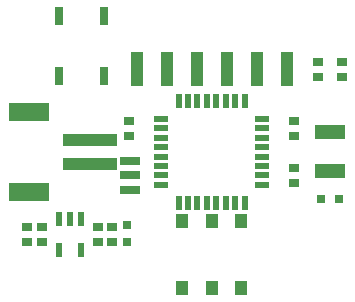
<source format=gbr>
G04 EAGLE Gerber RS-274X export*
G75*
%MOMM*%
%FSLAX34Y34*%
%LPD*%
%INSolderpaste Top*%
%IPPOS*%
%AMOC8*
5,1,8,0,0,1.08239X$1,22.5*%
G01*
%ADD10R,1.270000X0.558800*%
%ADD11R,0.558800X1.270000*%
%ADD12R,0.800000X0.800000*%
%ADD13R,0.900000X0.700000*%
%ADD14R,2.500000X1.200000*%
%ADD15R,1.700000X0.700000*%
%ADD16R,1.000000X3.000000*%
%ADD17R,4.600000X1.000000*%
%ADD18R,3.400000X1.600000*%
%ADD19R,1.000000X1.150000*%
%ADD20R,0.550000X1.200000*%
%ADD21R,0.762000X1.524000*%


D10*
X-42926Y28000D03*
X-42926Y20000D03*
X-42926Y12000D03*
X-42926Y4000D03*
X-42926Y-4000D03*
X-42926Y-12000D03*
X-42926Y-20000D03*
X-42926Y-28000D03*
D11*
X-28000Y-42926D03*
X-20000Y-42926D03*
X-12000Y-42926D03*
X-4000Y-42926D03*
X4000Y-42926D03*
X12000Y-42926D03*
X20000Y-42926D03*
X28000Y-42926D03*
D10*
X42926Y-28000D03*
X42926Y-20000D03*
X42926Y-12000D03*
X42926Y-4000D03*
X42926Y4000D03*
X42926Y12000D03*
X42926Y20000D03*
X42926Y28000D03*
D11*
X28000Y42926D03*
X20000Y42926D03*
X12000Y42926D03*
X4000Y42926D03*
X-4000Y42926D03*
X-12000Y42926D03*
X-20000Y42926D03*
X-28000Y42926D03*
D12*
X107500Y-40000D03*
X92500Y-40000D03*
D13*
X70000Y-26500D03*
X70000Y-13500D03*
X110000Y76500D03*
X110000Y63500D03*
X70000Y26500D03*
X70000Y13500D03*
D14*
X100000Y-16500D03*
X100000Y16500D03*
D13*
X-70000Y13500D03*
X-70000Y26500D03*
D15*
X-69000Y-8000D03*
X-69000Y-20000D03*
X-69000Y-32000D03*
D16*
X-12700Y70000D03*
X-38100Y70000D03*
X-63500Y70000D03*
X12700Y70000D03*
X38100Y70000D03*
X63500Y70000D03*
D13*
X90000Y76500D03*
X90000Y63500D03*
D17*
X-103000Y-10000D03*
X-103000Y10000D03*
D18*
X-155000Y-34000D03*
X-155000Y34000D03*
D19*
X25000Y-58750D03*
X0Y-58750D03*
X-25000Y-58750D03*
X25000Y-115250D03*
X0Y-115250D03*
X-25000Y-115250D03*
D13*
X-144000Y-76500D03*
X-144000Y-63500D03*
X-156000Y-63500D03*
X-156000Y-76500D03*
D12*
X-72000Y-61500D03*
X-72000Y-76500D03*
D13*
X-84000Y-63500D03*
X-84000Y-76500D03*
D20*
X-110500Y-56999D03*
X-120000Y-56999D03*
X-129500Y-56999D03*
X-129500Y-83001D03*
X-110500Y-83001D03*
D21*
X-129050Y64600D03*
X-129050Y115400D03*
X-90950Y64600D03*
X-90950Y115400D03*
D13*
X-96000Y-76500D03*
X-96000Y-63500D03*
M02*

</source>
